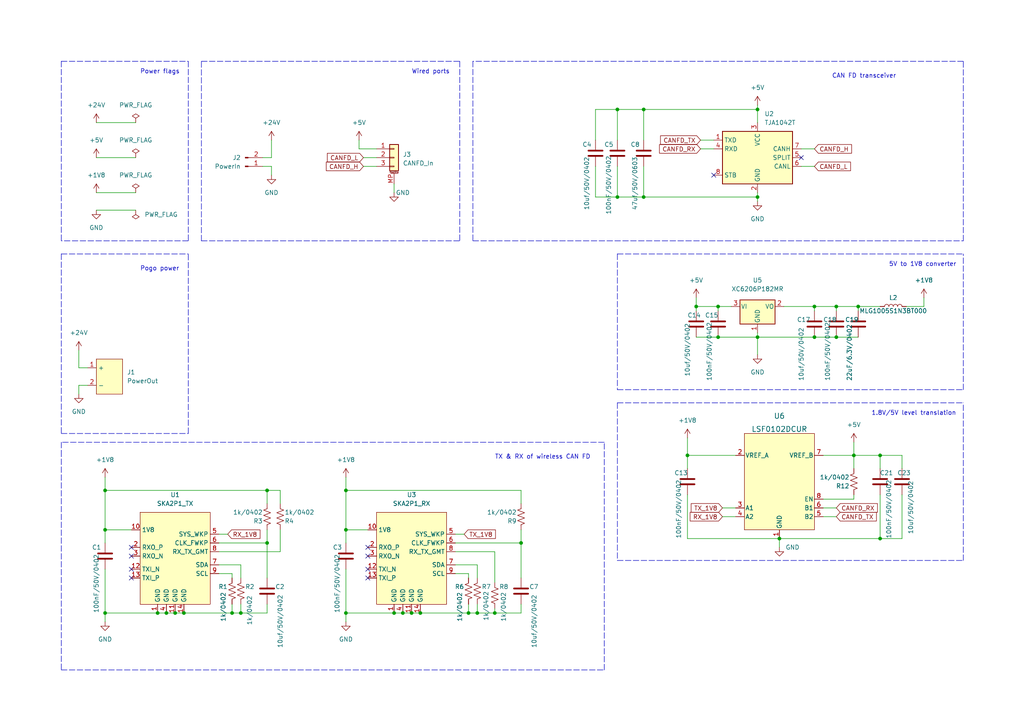
<source format=kicad_sch>
(kicad_sch (version 20211123) (generator eeschema)
  (paper "A4")
  (title_block (title "connector female") (date "2022-05-30") (rev "ver 2.0") (company "cyber-zoo"))
  (lib_symbols
    (symbol "Connector:Conn_01x02_Male" (pin_names (offset 1.016) hide)
      (property "Reference" "J" (at 0 2.54 0))
      (property "Value" "Conn_01x02_Male" (at 0 -5.08 0))
      (symbol "Conn_01x02_Male_1_1"
        (polyline (pts (xy 1.27 -2.54) (xy 0.8636 -2.54)) (stroke (width 0.1524)))
        (polyline (pts (xy 1.27 0) (xy 0.8636 0)) (stroke (width 0.1524)))
        (rectangle (start 0.8636 -2.413) (end 0 -2.667) (stroke (width 0.1524)) (fill (type outline)))
        (rectangle (start 0.8636 0.127) (end 0 -0.127) (stroke (width 0.1524)) (fill (type outline)))
        (pin passive line (at 5.08 0 180) (length 3.81) (name "Pin_1") (number "1"))
        (pin passive line (at 5.08 -2.54 180) (length 3.81) (name "Pin_2") (number "2"))
      )
    )
    (symbol "Connector_Generic_MountingPin:Conn_01x03_MountingPin" (pin_names (offset 1.016) hide)
      (property "Reference" "J" (at 0 5.08 0))
      (property "Value" "Conn_01x03_MountingPin" (at 1.27 -5.08 0))
      (symbol "Conn_01x03_MountingPin_1_1"
        (rectangle (start -1.27 -2.413) (end 0 -2.667) (stroke (width 0.1524)))
        (rectangle (start -1.27 0.127) (end 0 -0.127) (stroke (width 0.1524)))
        (rectangle (start -1.27 2.667) (end 0 2.413) (stroke (width 0.1524)))
        (rectangle (start -1.27 3.81) (end 1.27 -3.81) (stroke (width 0.254)) (fill (type background)))
        (polyline (pts (xy -1.016 -4.572) (xy 1.016 -4.572)) (stroke (width 0.1524)))
        (text "Mounting" (at 0 -4.191 0) (effects (font (size 0.381 0.381))))
        (pin passive line (at -5.08 2.54 0) (length 3.81) (name "Pin_1") (number "1"))
        (pin passive line (at -5.08 0 0) (length 3.81) (name "Pin_2") (number "2"))
        (pin passive line (at -5.08 -2.54 0) (length 3.81) (name "Pin_3") (number "3"))
        (pin passive line (at 0 -7.62 90) (length 3.048) (name "MountPin") (number "MP"))
      )
    )
    (symbol "Device:C" (pin_numbers hide) (pin_names (offset 0.254))
      (property "Reference" "C" (at 0.635 2.54 0))
      (property "Value" "C" (at 0.635 -2.54 0))
      (symbol "C_0_1"
        (polyline (pts (xy -2.032 -0.762) (xy 2.032 -0.762)) (stroke (width 0.508)))
        (polyline (pts (xy -2.032 0.762) (xy 2.032 0.762)) (stroke (width 0.508)))
      )
      (symbol "C_1_1"
        (pin passive line (at 0 3.81 270) (length 2.794) (name "~") (number "1"))
        (pin passive line (at 0 -3.81 90) (length 2.794) (name "~") (number "2"))
      )
    )
    (symbol "Device:L" (pin_numbers hide) (pin_names (offset 1.016) hide)
      (property "Reference" "L" (at -1.27 0 90))
      (property "Value" "L" (at 1.905 0 90))
      (symbol "L_0_1"
        (arc (start 0 -2.54) (mid 0.635 -1.905) (end 0 -1.27))
        (arc (start 0 -1.27) (mid 0.635 -0.635) (end 0 0))
        (arc (start 0 0) (mid 0.635 0.635) (end 0 1.27))
        (arc (start 0 1.27) (mid 0.635 1.905) (end 0 2.54))
      )
      (symbol "L_1_1"
        (pin passive line (at 0 3.81 270) (length 1.27) (name "1") (number "1"))
        (pin passive line (at 0 -3.81 90) (length 1.27) (name "2") (number "2"))
      )
    )
    (symbol "Device:R_US" (pin_numbers hide) (pin_names (offset 0))
      (property "Reference" "R" (at 2.54 0 90))
      (property "Value" "R_US" (at -2.54 0 90))
      (symbol "R_US_0_1"
        (polyline (pts (xy 0 -2.286) (xy 0 -2.54)))
        (polyline (pts (xy 0 2.286) (xy 0 2.54)))
        (polyline (pts (xy 0 -0.762) (xy 1.016 -1.143) (xy 0 -1.524) (xy -1.016 -1.905) (xy 0 -2.286)))
        (polyline (pts (xy 0 0.762) (xy 1.016 0.381) (xy 0 0) (xy -1.016 -0.381) (xy 0 -0.762)))
        (polyline (pts (xy 0 2.286) (xy 1.016 1.905) (xy 0 1.524) (xy -1.016 1.143) (xy 0 0.762)))
      )
      (symbol "R_US_1_1"
        (pin passive line (at 0 3.81 270) (length 1.27) (name "~") (number "1"))
        (pin passive line (at 0 -3.81 90) (length 1.27) (name "~") (number "2"))
      )
    )
    (symbol "Interface_CAN_LIN:TJA1042T"
      (property "Reference" "U" (at -10.16 8.89 0))
      (property "Value" "TJA1042T" (at 1.27 8.89 0))
      (symbol "TJA1042T_0_1"
        (rectangle (start -10.16 7.62) (end 10.16 -7.62) (stroke (width 0.254)) (fill (type background)))
      )
      (symbol "TJA1042T_1_1"
        (pin input line (at -12.7 5.08 0) (length 2.54) (name "TXD") (number "1"))
        (pin power_in line (at 0 -10.16 90) (length 2.54) (name "GND") (number "2"))
        (pin power_in line (at 0 10.16 270) (length 2.54) (name "VCC") (number "3"))
        (pin output line (at -12.7 2.54 0) (length 2.54) (name "RXD") (number "4"))
        (pin power_out line (at 12.7 0 180) (length 2.54) (name "SPLIT") (number "5"))
        (pin bidirectional line (at 12.7 -2.54 180) (length 2.54) (name "CANL") (number "6"))
        (pin bidirectional line (at 12.7 2.54 180) (length 2.54) (name "CANH") (number "7"))
        (pin input line (at -12.7 -5.08 0) (length 2.54) (name "STB") (number "8"))
      )
    )
    (symbol "Regulator_Linear:XC6206PxxxMR" (pin_names (offset 0.254))
      (property "Reference" "U" (at -3.81 3.175 0))
      (property "Value" "XC6206PxxxMR" (at 0 3.175 0))
      (symbol "XC6206PxxxMR_0_1"
        (rectangle (start -5.08 1.905) (end 5.08 -5.08) (stroke (width 0.254)) (fill (type background)))
      )
      (symbol "XC6206PxxxMR_1_1"
        (pin power_in line (at 0 -7.62 90) (length 2.54) (name "GND") (number "1"))
        (pin power_out line (at 7.62 0 180) (length 2.54) (name "VO") (number "2"))
        (pin power_in line (at -7.62 0 0) (length 2.54) (name "VI") (number "3"))
      )
    )
    (symbol "Rolling_Custom:LSF0102DCUR" (pin_names (offset 0.254))
      (property "Reference" "U" (at 0 20.32 0))
      (property "Value" "LSF0102DCUR" (at 0 17.78 0))
      (symbol "LSF0102DCUR_0_1"
        (rectangle (start -10.16 16.51) (end 10.16 -11.43) (fill (type background)))
      )
      (symbol "LSF0102DCUR_1_0"
        (pin power_in line (at -12.7 10.16 0) (length 2.54) (name "VREF_A") (number "2"))
      )
      (symbol "LSF0102DCUR_1_1"
        (pin power_in line (at 0 -13.97 90) (length 2.54) (name "GND") (number "1"))
        (pin bidirectional line (at -12.7 -5.08 0) (length 2.54) (name "A1") (number "3"))
        (pin bidirectional line (at -12.7 -7.62 0) (length 2.54) (name "A2") (number "4"))
        (pin bidirectional line (at 12.7 -7.62 180) (length 2.54) (name "B2") (number "5"))
        (pin bidirectional line (at 12.7 -5.08 180) (length 2.54) (name "B1") (number "6"))
        (pin power_in line (at 12.7 10.16 180) (length 2.54) (name "VREF_B") (number "7"))
        (pin input line (at 12.7 -2.54 180) (length 2.54) (name "EN") (number "8"))
      )
    )
    (symbol "Rolling_Custom:POGOPIN-E21160-ASB-2PIN"
      (property "Reference" "J" (at -2.54 6.35 0))
      (property "Value" "POGOPIN-E21160-ASB-2PIN" (at 0 -6.35 0))
      (symbol "POGOPIN-E21160-ASB-2PIN_0_1"
        (rectangle (start -3.81 5.08) (end 3.81 -5.08) (fill (type background)))
      )
      (symbol "POGOPIN-E21160-ASB-2PIN_1_1"
        (pin passive line (at -6.35 2.54 0) (length 2.54) (name "+") (number "1"))
        (pin passive line (at -6.35 -2.54 0) (length 2.54) (name "-") (number "2"))
      )
    )
    (symbol "Rolling_Custom:SKA2P1"
      (property "Reference" "U" (at 0 16.51 0))
      (property "Value" "SKA2P1" (at 0 13.97 0))
      (symbol "SKA2P1_0_1"
        (rectangle (start -10.16 12.7) (end 10.16 -13.97) (fill (type background)))
      )
      (symbol "SKA2P1_1_1"
        (pin power_in line (at -5.08 -16.51 90) (length 2.54) (name "GND") (number "1"))
        (pin power_in line (at -12.7 7.62 0) (length 2.54) (name "1V8") (number "10"))
        (pin power_in line (at 0 -16.51 90) (length 2.54) (name "GND") (number "11"))
        (pin output line (at -12.7 -3.81 0) (length 2.54) (name "TXI_N") (number "12"))
        (pin output line (at -12.7 -6.35 0) (length 2.54) (name "TXI_P") (number "13"))
        (pin power_in line (at 2.54 -16.51 90) (length 2.54) (name "GND") (number "14"))
        (pin input line (at -12.7 2.54 0) (length 2.54) (name "RXO_P") (number "2"))
        (pin input line (at -12.7 0 0) (length 2.54) (name "RXO_N") (number "3"))
        (pin power_in line (at -2.54 -16.51 90) (length 2.54) (name "GND") (number "4"))
        (pin bidirectional line (at 12.7 6.35 180) (length 2.54) (name "SYS_WKP") (number "5"))
        (pin input line (at 12.7 3.81 180) (length 2.54) (name "CLK_FWKP") (number "6"))
        (pin input line (at 12.7 -2.54 180) (length 2.54) (name "SDA") (number "7"))
        (pin input line (at 12.7 1.27 180) (length 2.54) (name "RX_TX_GMT") (number "8"))
        (pin input line (at 12.7 -5.08 180) (length 2.54) (name "SCL") (number "9"))
      )
    )
    (symbol "SKA2P1_1"
      (property "Reference" "U" (at 0 16.51 0))
      (property "Value" "SKA2P1_1" (at 0 13.97 0))
      (symbol "SKA2P1_1_0_1"
        (rectangle (start -10.16 12.7) (end 10.16 -13.97) (fill (type background)))
      )
      (symbol "SKA2P1_1_1_1"
        (pin power_in line (at -5.08 -16.51 90) (length 2.54) (name "GND") (number "1"))
        (pin power_in line (at -12.7 7.62 0) (length 2.54) (name "1V8") (number "10"))
        (pin power_in line (at 0 -16.51 90) (length 2.54) (name "GND") (number "11"))
        (pin output line (at -12.7 -3.81 0) (length 2.54) (name "TXI_N") (number "12"))
        (pin output line (at -12.7 -6.35 0) (length 2.54) (name "TXI_P") (number "13"))
        (pin power_in line (at 2.54 -16.51 90) (length 2.54) (name "GND") (number "14"))
        (pin input line (at -12.7 2.54 0) (length 2.54) (name "RXO_P") (number "2"))
        (pin input line (at -12.7 0 0) (length 2.54) (name "RXO_N") (number "3"))
        (pin power_in line (at -2.54 -16.51 90) (length 2.54) (name "GND") (number "4"))
        (pin bidirectional line (at 12.7 6.35 180) (length 2.54) (name "SYS_WKP") (number "5"))
        (pin input line (at 12.7 3.81 180) (length 2.54) (name "CLK_FWKP") (number "6"))
        (pin input line (at 12.7 -2.54 180) (length 2.54) (name "SDA") (number "7"))
        (pin input line (at 12.7 1.27 180) (length 2.54) (name "RX_TX_GMT") (number "8"))
        (pin input line (at 12.7 -5.08 180) (length 2.54) (name "SCL") (number "9"))
      )
    )
    (symbol "power:+1V8" (power) (pin_names (offset 0))
      (property "Value" "+1V8" (at 0 3.556 0))
      (symbol "+1V8_0_1"
        (polyline (pts (xy -0.762 1.27) (xy 0 2.54)))
        (polyline (pts (xy 0 0) (xy 0 2.54)))
        (polyline (pts (xy 0 2.54) (xy 0.762 1.27)))
      )
      (symbol "+1V8_1_1"
        (pin power_in line (at 0 0 90) (length 0) hide (name "+1V8") (number "1"))
      )
    )
    (symbol "power:+24V" (power) (pin_names (offset 0))
      (property "Value" "+24V" (at 0 3.556 0))
      (symbol "+24V_0_1"
        (polyline (pts (xy -0.762 1.27) (xy 0 2.54)))
        (polyline (pts (xy 0 0) (xy 0 2.54)))
        (polyline (pts (xy 0 2.54) (xy 0.762 1.27)))
      )
      (symbol "+24V_1_1"
        (pin power_in line (at 0 0 90) (length 0) hide (name "+24V") (number "1"))
      )
    )
    (symbol "power:+5V" (power) (pin_names (offset 0))
      (property "Value" "+5V" (at 0 3.556 0))
      (symbol "+5V_0_1"
        (polyline (pts (xy -0.762 1.27) (xy 0 2.54)))
        (polyline (pts (xy 0 0) (xy 0 2.54)))
        (polyline (pts (xy 0 2.54) (xy 0.762 1.27)))
      )
      (symbol "+5V_1_1"
        (pin power_in line (at 0 0 90) (length 0) hide (name "+5V") (number "1"))
      )
    )
    (symbol "power:GND" (power) (pin_names (offset 0))
      (property "Value" "GND" (at 0 -3.81 0))
      (symbol "GND_0_1"
        (polyline (pts (xy 0 0) (xy 0 -1.27) (xy 1.27 -1.27) (xy 0 -2.54) (xy -1.27 -1.27) (xy 0 -1.27)))
      )
      (symbol "GND_1_1"
        (pin power_in line (at 0 0 270) (length 0) hide (name "GND") (number "1"))
      )
    )
    (symbol "power:PWR_FLAG" (power) (pin_numbers hide) (pin_names (offset 0) hide)
      (property "Value" "PWR_FLAG" (at 0 3.81 0))
      (symbol "PWR_FLAG_0_0"
        (pin power_out line (at 0 0 90) (length 0) (name "pwr") (number "1"))
      )
      (symbol "PWR_FLAG_0_1"
        (polyline (pts (xy 0 0) (xy 0 1.27) (xy -1.016 1.905) (xy 0 2.54) (xy 1.016 1.905) (xy 0 1.27)))
      )
    )
  )
  (junction (at 135.89 177.8))
  (junction (at 255.27 156.21))
  (junction (at 100.33 177.8))
  (junction (at 236.22 88.9))
  (junction (at 30.48 177.8))
  (junction (at 143.51 177.8))
  (junction (at 30.48 153.67))
  (junction (at 100.33 153.67))
  (junction (at 50.8 177.8))
  (junction (at 199.39 132.08))
  (junction (at 119.38 177.8))
  (junction (at 116.84 177.8))
  (junction (at 179.07 57.15))
  (junction (at 208.28 97.79))
  (junction (at 186.69 57.15))
  (junction (at 242.57 97.79))
  (junction (at 121.92 177.8))
  (junction (at 48.26 177.8))
  (junction (at 100.33 142.24))
  (junction (at 186.69 31.75))
  (junction (at 248.92 88.9))
  (junction (at 45.72 177.8))
  (junction (at 138.43 177.8))
  (junction (at 77.47 157.48))
  (junction (at 255.27 132.08))
  (junction (at 151.13 157.48))
  (junction (at 208.28 88.9))
  (junction (at 30.48 142.24))
  (junction (at 69.85 177.8))
  (junction (at 67.31 177.8))
  (junction (at 219.71 57.15))
  (junction (at 179.07 31.75))
  (junction (at 201.93 88.9))
  (junction (at 114.3 177.8))
  (junction (at 226.06 156.21))
  (junction (at 242.57 88.9))
  (junction (at 236.22 97.79))
  (junction (at 219.71 97.79))
  (junction (at 77.47 142.24))
  (junction (at 247.65 132.08))
  (junction (at 53.34 177.8))
  (junction (at 219.71 31.75))
  (no_connect (at 38.1 167.64))
  (no_connect (at 38.1 161.29))
  (no_connect (at 38.1 158.75))
  (no_connect (at 38.1 165.1))
  (no_connect (at 106.68 161.29))
  (no_connect (at 106.68 167.64))
  (no_connect (at 207.01 50.8))
  (no_connect (at 106.68 165.1))
  (no_connect (at 106.68 158.75))
  (no_connect (at 232.41 45.72))
  (wire (pts (xy 238.76 144.78) (xy 247.65 144.78)))
  (polyline (pts (xy 17.78 194.31) (xy 175.26 194.31)))
  (wire (pts (xy 151.13 153.67) (xy 151.13 157.48)))
  (wire (pts (xy 69.85 175.26) (xy 69.85 177.8)))
  (wire (pts (xy 236.22 97.79) (xy 242.57 97.79)))
  (wire (pts (xy 232.41 43.18) (xy 236.22 43.18)))
  (wire (pts (xy 172.72 31.75) (xy 172.72 40.64)))
  (wire (pts (xy 78.74 40.64) (xy 78.74 45.72)))
  (wire (pts (xy 219.71 31.75) (xy 186.69 31.75)))
  (wire (pts (xy 63.5 166.37) (xy 67.31 166.37)))
  (polyline (pts (xy 162.56 17.78) (xy 137.16 17.78)))
  (wire (pts (xy 219.71 96.52) (xy 219.71 97.79)))
  (wire (pts (xy 151.13 177.8) (xy 151.13 175.26)))
  (wire (pts (xy 238.76 149.86) (xy 242.57 149.86)))
  (polyline (pts (xy 179.07 162.56) (xy 279.4 162.56)))
  (wire (pts (xy 81.28 146.05) (xy 81.28 142.24)))
  (wire (pts (xy 45.72 177.8) (xy 48.26 177.8)))
  (wire (pts (xy 219.71 97.79) (xy 236.22 97.79)))
  (wire (pts (xy 30.48 138.43) (xy 30.48 142.24)))
  (polyline (pts (xy 179.07 73.66) (xy 279.4 73.66)))
  (wire (pts (xy 81.28 160.02) (xy 81.28 153.67)))
  (wire (pts (xy 208.28 88.9) (xy 208.28 90.17)))
  (polyline (pts (xy 17.78 73.66) (xy 54.61 73.66)))
  (wire (pts (xy 27.94 35.56) (xy 39.37 35.56)))
  (wire (pts (xy 143.51 177.8) (xy 151.13 177.8)))
  (wire (pts (xy 186.69 57.15) (xy 219.71 57.15)))
  (wire (pts (xy 27.94 45.72) (xy 39.37 45.72)))
  (polyline (pts (xy 17.78 73.66) (xy 17.78 125.73)))
  (wire (pts (xy 77.47 157.48) (xy 77.47 167.64)))
  (wire (pts (xy 138.43 163.83) (xy 138.43 167.64)))
  (wire (pts (xy 208.28 88.9) (xy 212.09 88.9)))
  (wire (pts (xy 208.28 97.79) (xy 219.71 97.79)))
  (wire (pts (xy 247.65 144.78) (xy 247.65 143.51)))
  (polyline (pts (xy 17.78 17.78) (xy 17.78 69.85)))
  (wire (pts (xy 119.38 177.8) (xy 121.92 177.8)))
  (polyline (pts (xy 54.61 69.85) (xy 17.78 69.85)))
  (wire (pts (xy 248.92 88.9) (xy 248.92 90.17)))
  (wire (pts (xy 267.97 88.9) (xy 262.89 88.9)))
  (wire (pts (xy 48.26 177.8) (xy 50.8 177.8)))
  (wire (pts (xy 255.27 132.08) (xy 255.27 135.89)))
  (polyline (pts (xy 137.16 69.85) (xy 279.4 69.85)))
  (wire (pts (xy 22.86 101.6) (xy 22.86 106.68)))
  (wire (pts (xy 27.94 60.96) (xy 39.37 60.96)))
  (wire (pts (xy 227.33 88.9) (xy 236.22 88.9)))
  (wire (pts (xy 238.76 132.08) (xy 247.65 132.08)))
  (wire (pts (xy 22.86 106.68) (xy 25.4 106.68)))
  (wire (pts (xy 201.93 88.9) (xy 201.93 90.17)))
  (wire (pts (xy 77.47 177.8) (xy 77.47 175.26)))
  (wire (pts (xy 27.94 55.88) (xy 39.37 55.88)))
  (wire (pts (xy 78.74 48.26) (xy 76.2 48.26)))
  (polyline (pts (xy 279.4 162.56) (xy 279.4 116.84)))
  (wire (pts (xy 199.39 156.21) (xy 226.06 156.21)))
  (wire (pts (xy 63.5 163.83) (xy 69.85 163.83)))
  (wire (pts (xy 105.41 48.26) (xy 109.22 48.26)))
  (wire (pts (xy 50.8 177.8) (xy 53.34 177.8)))
  (wire (pts (xy 22.86 114.3) (xy 22.86 111.76)))
  (polyline (pts (xy 179.07 116.84) (xy 279.4 116.84)))
  (wire (pts (xy 77.47 153.67) (xy 77.47 157.48)))
  (polyline (pts (xy 279.4 17.78) (xy 162.56 17.78)))
  (wire (pts (xy 255.27 132.08) (xy 261.62 132.08)))
  (polyline (pts (xy 137.16 17.78) (xy 137.16 69.85)))
  (wire (pts (xy 219.71 55.88) (xy 219.71 57.15)))
  (polyline (pts (xy 179.07 113.03) (xy 279.4 113.03)))
  (wire (pts (xy 219.71 30.48) (xy 219.71 31.75)))
  (wire (pts (xy 104.14 40.64) (xy 104.14 43.18)))
  (wire (pts (xy 242.57 88.9) (xy 242.57 90.17)))
  (wire (pts (xy 261.62 156.21) (xy 255.27 156.21)))
  (wire (pts (xy 151.13 157.48) (xy 151.13 167.64)))
  (wire (pts (xy 30.48 142.24) (xy 77.47 142.24)))
  (wire (pts (xy 179.07 31.75) (xy 179.07 40.64)))
  (wire (pts (xy 247.65 128.27) (xy 247.65 132.08)))
  (wire (pts (xy 135.89 166.37) (xy 135.89 167.64)))
  (wire (pts (xy 151.13 142.24) (xy 151.13 146.05)))
  (wire (pts (xy 172.72 57.15) (xy 179.07 57.15)))
  (wire (pts (xy 255.27 143.51) (xy 255.27 156.21)))
  (wire (pts (xy 219.71 31.75) (xy 219.71 35.56)))
  (wire (pts (xy 104.14 43.18) (xy 109.22 43.18)))
  (wire (pts (xy 30.48 153.67) (xy 30.48 157.48)))
  (wire (pts (xy 100.33 142.24) (xy 151.13 142.24)))
  (wire (pts (xy 121.92 177.8) (xy 135.89 177.8)))
  (polyline (pts (xy 179.07 116.84) (xy 179.07 162.56)))
  (wire (pts (xy 199.39 143.51) (xy 199.39 156.21)))
  (wire (pts (xy 186.69 31.75) (xy 179.07 31.75)))
  (wire (pts (xy 242.57 97.79) (xy 248.92 97.79)))
  (wire (pts (xy 100.33 177.8) (xy 100.33 180.34)))
  (polyline (pts (xy 133.35 17.78) (xy 133.35 69.85)))
  (wire (pts (xy 143.51 160.02) (xy 143.51 168.91)))
  (wire (pts (xy 199.39 132.08) (xy 199.39 135.89)))
  (wire (pts (xy 67.31 177.8) (xy 69.85 177.8)))
  (polyline (pts (xy 179.07 73.66) (xy 179.07 113.03)))
  (wire (pts (xy 105.41 45.72) (xy 109.22 45.72)))
  (polyline (pts (xy 175.26 194.31) (xy 175.26 128.27)))
  (wire (pts (xy 186.69 48.26) (xy 186.69 57.15)))
  (wire (pts (xy 78.74 45.72) (xy 76.2 45.72)))
  (wire (pts (xy 132.08 157.48) (xy 151.13 157.48)))
  (wire (pts (xy 135.89 175.26) (xy 135.89 177.8)))
  (wire (pts (xy 219.71 57.15) (xy 219.71 58.42)))
  (wire (pts (xy 201.93 97.79) (xy 208.28 97.79)))
  (polyline (pts (xy 58.42 69.85) (xy 133.35 69.85)))
  (wire (pts (xy 30.48 165.1) (xy 30.48 177.8)))
  (polyline (pts (xy 17.78 130.81) (xy 17.78 194.31)))
  (wire (pts (xy 261.62 143.51) (xy 261.62 156.21)))
  (wire (pts (xy 78.74 50.8) (xy 78.74 48.26)))
  (wire (pts (xy 69.85 163.83) (xy 69.85 167.64)))
  (wire (pts (xy 67.31 175.26) (xy 67.31 177.8)))
  (wire (pts (xy 138.43 175.26) (xy 138.43 177.8)))
  (polyline (pts (xy 58.42 69.85) (xy 58.42 17.78)))
  (wire (pts (xy 63.5 160.02) (xy 81.28 160.02)))
  (wire (pts (xy 81.28 142.24) (xy 77.47 142.24)))
  (wire (pts (xy 114.3 177.8) (xy 116.84 177.8)))
  (wire (pts (xy 132.08 154.94) (xy 134.62 154.94)))
  (wire (pts (xy 242.57 88.9) (xy 248.92 88.9)))
  (wire (pts (xy 100.33 153.67) (xy 106.68 153.67)))
  (wire (pts (xy 132.08 163.83) (xy 138.43 163.83)))
  (wire (pts (xy 247.65 132.08) (xy 247.65 135.89)))
  (wire (pts (xy 201.93 86.36) (xy 201.93 88.9)))
  (polyline (pts (xy 279.4 69.85) (xy 279.4 17.78)))
  (wire (pts (xy 67.31 166.37) (xy 67.31 167.64)))
  (wire (pts (xy 132.08 166.37) (xy 135.89 166.37)))
  (wire (pts (xy 135.89 177.8) (xy 138.43 177.8)))
  (wire (pts (xy 209.55 149.86) (xy 213.36 149.86)))
  (wire (pts (xy 100.33 138.43) (xy 100.33 142.24)))
  (wire (pts (xy 199.39 127) (xy 199.39 132.08)))
  (wire (pts (xy 201.93 88.9) (xy 208.28 88.9)))
  (wire (pts (xy 30.48 153.67) (xy 38.1 153.67)))
  (polyline (pts (xy 17.78 128.27) (xy 17.78 130.81)))
  (wire (pts (xy 30.48 177.8) (xy 30.48 180.34)))
  (wire (pts (xy 138.43 177.8) (xy 143.51 177.8)))
  (wire (pts (xy 199.39 132.08) (xy 213.36 132.08)))
  (wire (pts (xy 63.5 154.94) (xy 66.04 154.94)))
  (wire (pts (xy 219.71 97.79) (xy 219.71 102.87)))
  (wire (pts (xy 248.92 88.9) (xy 255.27 88.9)))
  (wire (pts (xy 100.33 142.24) (xy 100.33 153.67)))
  (polyline (pts (xy 58.42 17.78) (xy 133.35 17.78)))
  (wire (pts (xy 179.07 57.15) (xy 186.69 57.15)))
  (wire (pts (xy 22.86 111.76) (xy 25.4 111.76)))
  (wire (pts (xy 255.27 156.21) (xy 226.06 156.21)))
  (wire (pts (xy 203.2 43.18) (xy 207.01 43.18)))
  (polyline (pts (xy 17.78 17.78) (xy 54.61 17.78)))
  (wire (pts (xy 100.33 177.8) (xy 114.3 177.8)))
  (wire (pts (xy 30.48 142.24) (xy 30.48 153.67)))
  (wire (pts (xy 261.62 132.08) (xy 261.62 135.89)))
  (wire (pts (xy 69.85 177.8) (xy 77.47 177.8)))
  (wire (pts (xy 226.06 156.21) (xy 226.06 158.75)))
  (wire (pts (xy 63.5 157.48) (xy 77.47 157.48)))
  (wire (pts (xy 132.08 160.02) (xy 143.51 160.02)))
  (wire (pts (xy 172.72 48.26) (xy 172.72 57.15)))
  (wire (pts (xy 247.65 132.08) (xy 255.27 132.08)))
  (wire (pts (xy 179.07 31.75) (xy 172.72 31.75)))
  (wire (pts (xy 209.55 147.32) (xy 213.36 147.32)))
  (wire (pts (xy 232.41 48.26) (xy 236.22 48.26)))
  (wire (pts (xy 267.97 86.36) (xy 267.97 88.9)))
  (wire (pts (xy 53.34 177.8) (xy 67.31 177.8)))
  (wire (pts (xy 100.33 165.1) (xy 100.33 177.8)))
  (wire (pts (xy 186.69 31.75) (xy 186.69 40.64)))
  (polyline (pts (xy 175.26 128.27) (xy 17.78 128.27)))
  (wire (pts (xy 179.07 48.26) (xy 179.07 57.15)))
  (polyline (pts (xy 279.4 113.03) (xy 279.4 73.66)))
  (wire (pts (xy 236.22 88.9) (xy 236.22 90.17)))
  (polyline (pts (xy 54.61 17.78) (xy 54.61 69.85)))
  (wire (pts (xy 100.33 153.67) (xy 100.33 157.48)))
  (wire (pts (xy 30.48 177.8) (xy 45.72 177.8)))
  (polyline (pts (xy 54.61 125.73) (xy 54.61 73.66)))
  (wire (pts (xy 203.2 40.64) (xy 207.01 40.64)))
  (wire (pts (xy 114.3 53.34) (xy 114.3 55.88)))
  (wire (pts (xy 236.22 88.9) (xy 242.57 88.9)))
  (wire (pts (xy 143.51 176.53) (xy 143.51 177.8)))
  (wire (pts (xy 116.84 177.8) (xy 119.38 177.8)))
  (wire (pts (xy 77.47 142.24) (xy 77.47 146.05)))
  (wire (pts (xy 238.76 147.32) (xy 242.57 147.32)))
  (polyline (pts (xy 17.78 125.73) (xy 54.61 125.73)))
  (text "Pogo power\n" (at 40.64 78.74 0) (effects (font (size 1.27 1.27)) (justify left bottom)))
  (text "1.8V/5V level translation\n" (at 252.73 120.65 0) (effects (font (size 1.27 1.27)) (justify left bottom)))
  (text "Power flags\n" (at 40.64 21.59 0) (effects (font (size 1.27 1.27)) (justify left bottom)))
  (text "CAN FD transceiver" (at 241.3 22.86 0) (effects (font (size 1.27 1.27)) (justify left bottom)))
  (text "TX & RX of wireless CAN FD" (at 143.51 133.35 0) (effects (font (size 1.27 1.27)) (justify left bottom)))
  (text "Wired ports\n" (at 119.38 21.59 0) (effects (font (size 1.27 1.27)) (justify left bottom)))
  (text "5V to 1V8 converter" (at 257.81 77.47 0) (effects (font (size 1.27 1.27)) (justify left bottom)))
  (global_label "CANFD_RX" (shape input) (at 242.57 147.32 0) (property "Intersheet References" "${INTERSHEET_REFS}" (effects hide)))
  (global_label "RX_1V8" (shape input) (at 66.04 154.94 0) (property "Intersheet References" "${INTERSHEET_REFS}" (effects hide)))
  (global_label "CANFD_L" (shape input) (at 236.22 48.26 0) (property "Intersheet References" "${INTERSHEET_REFS}" (effects hide)))
  (global_label "CANFD_L" (shape input) (at 105.41 45.72 180) (property "Intersheet References" "${INTERSHEET_REFS}" (effects hide)))
  (global_label "TX_1V8" (shape input) (at 209.55 147.32 180) (property "Intersheet References" "${INTERSHEET_REFS}" (effects hide)))
  (global_label "RX_1V8" (shape input) (at 209.55 149.86 180) (property "Intersheet References" "${INTERSHEET_REFS}" (effects hide)))
  (global_label "CANFD_TX" (shape input) (at 203.2 40.64 180) (property "Intersheet References" "${INTERSHEET_REFS}" (effects hide)))
  (global_label "CANFD_RX" (shape input) (at 203.2 43.18 180) (property "Intersheet References" "${INTERSHEET_REFS}" (effects hide)))
  (global_label "CANFD_TX" (shape input) (at 242.57 149.86 0) (property "Intersheet References" "${INTERSHEET_REFS}" (effects hide)))
  (global_label "CANFD_H" (shape input) (at 105.41 48.26 180) (property "Intersheet References" "${INTERSHEET_REFS}" (effects hide)))
  (global_label "CANFD_H" (shape input) (at 236.22 43.18 0) (property "Intersheet References" "${INTERSHEET_REFS}" (effects hide)))
  (global_label "TX_1V8" (shape input) (at 134.62 154.94 0) (property "Intersheet References" "${INTERSHEET_REFS}" (effects hide)))
  (symbol (lib_id "power:GND") (at 226.06 158.75 0) (unit 1)
    (property "Reference" "#PWR0105" (effects hide))
    (property "Value" "GND" (at 229.87 158.75 0))
  )
  (symbol (lib_id "power:+1V8") (at 27.94 55.88 0) (unit 1)
    (property "Reference" "#PWR0114" (effects hide))
    (property "Value" "+1V8" (at 27.94 50.8 0))
  )
  (symbol (lib_id "power:GND") (at 100.33 180.34 0) (unit 1)
    (property "Reference" "#PWR0118" (effects hide))
    (property "Value" "GND" (at 100.33 185.42 0))
  )
  (symbol (lib_id "power:+1V8") (at 267.97 86.36 0) (unit 1)
    (property "Reference" "#PWR0101" (effects hide))
    (property "Value" "+1V8" (at 267.97 81.28 0))
  )
  (symbol (lib_id "power:PWR_FLAG") (at 39.37 55.88 0) (unit 1)
    (property "Reference" "#FLG0104" (effects hide))
    (property "Value" "PWR_FLAG" (at 39.37 50.8 0))
  )
  (symbol (lib_id "power:PWR_FLAG") (at 39.37 45.72 0) (unit 1)
    (property "Reference" "#FLG0101" (effects hide))
    (property "Value" "PWR_FLAG" (at 39.37 40.64 0))
  )
  (symbol (lib_id "power:GND") (at 219.71 58.42 0) (unit 1)
    (property "Reference" "#PWR0123" (effects hide))
    (property "Value" "GND" (at 219.71 63.5 0))
  )
  (symbol (lib_id "power:+5V") (at 247.65 128.27 0) (unit 1)
    (property "Reference" "#PWR0103" (effects hide))
    (property "Value" "+5V" (at 247.65 123.19 0))
  )
  (symbol (lib_id "power:+24V") (at 27.94 35.56 0) (unit 1)
    (property "Reference" "#PWR0112" (effects hide))
    (property "Value" "+24V" (at 27.94 30.48 0))
  )
  (symbol (lib_id "Device:C") (at 172.72 44.45 0) (unit 1)
    (property "Reference" "C4" (at 168.91 41.91 0) (effects (justify left)))
    (property "Value" "10uf/50V/0402" (at 170.18 60.96 90) (effects (justify left)))
    (property "Footprint" "Capacitor_SMD:C_0402_1005Metric" (effects hide))
  )
  (symbol (lib_id "Device:C") (at 208.28 93.98 0) (unit 1)
    (property "Reference" "C15" (at 204.47 91.44 0) (effects (justify left)))
    (property "Value" "100nF/50V/0402" (at 205.74 110.49 90) (effects (justify left)))
    (property "Footprint" "Capacitor_SMD:C_0402_1005Metric" (effects hide))
  )
  (symbol (lib_id "Device:C") (at 242.57 93.98 0) (unit 1)
    (property "Reference" "C18" (at 238.76 92.71 0) (effects (justify left)))
    (property "Value" "100nF/50V/0402" (at 240.03 110.49 90) (effects (justify left)))
    (property "Footprint" "Capacitor_SMD:C_0402_1005Metric" (effects hide))
  )
  (symbol (lib_id "Device:C") (at 30.48 161.29 0) (unit 1)
    (property "Reference" "C1" (at 26.67 158.75 0) (effects (justify left)))
    (property "Value" "100nF/50V/0402" (at 27.94 177.8 90) (effects (justify left)))
    (property "Footprint" "Capacitor_SMD:C_0402_1005Metric" (effects hide))
  )
  (symbol (lib_id "power:GND") (at 114.3 55.88 0) (unit 1)
    (property "Reference" "#PWR0102" (effects hide))
    (property "Value" "GND" (at 116.84 55.88 0))
  )
  (symbol (lib_id "power:GND") (at 22.86 114.3 0) (unit 1)
    (property "Reference" "#PWR0124" (effects hide))
    (property "Value" "GND" (at 22.86 119.38 0))
  )
  (symbol (lib_id "Device:C") (at 186.69 44.45 0) (unit 1)
    (property "Reference" "C8" (at 182.88 41.91 0) (effects (justify left)))
    (property "Value" "47uf/50V/0603" (at 184.15 60.96 90) (effects (justify left)))
    (property "Footprint" "Capacitor_SMD:C_0603_1608Metric" (effects hide))
  )
  (symbol (lib_id "power:+5V") (at 219.71 30.48 0) (unit 1)
    (property "Reference" "#PWR0122" (effects hide))
    (property "Value" "+5V" (at 219.71 25.4 0))
  )
  (symbol (lib_id "Rolling_Custom:POGOPIN-E21160-ASB-2PIN") (at 31.75 109.22 0) (unit 1)
    (property "Reference" "J1" (at 36.83 107.9499 0) (effects (justify left)))
    (property "Value" "PowerOut" (at 36.83 110.4899 0) (effects (justify left)))
    (property "Footprint" "Rolling_Custom:POGOPIN-E21160-ASB-2PIN" (effects hide))
  )
  (symbol (lib_id "power:+1V8") (at 30.48 138.43 0) (unit 1)
    (property "Reference" "#PWR0121" (effects hide))
    (property "Value" "+1V8" (at 30.48 133.35 0))
  )
  (symbol (lib_id "Device:C") (at 201.93 93.98 0) (unit 1)
    (property "Reference" "C14" (at 199.39 91.44 0) (effects (justify left)))
    (property "Value" "10uf/50V/0402" (at 199.39 109.22 90) (effects (justify left)))
    (property "Footprint" "Capacitor_SMD:C_0402_1005Metric" (effects hide))
  )
  (symbol (lib_id "Device:R_US") (at 69.85 171.45 0) (mirror y) (unit 1)
    (property "Reference" "R2" (at 71.12 170.18 0) (effects (justify right)))
    (property "Value" "1k/0402" (at 72.39 172.72 90) (effects (justify right)))
    (property "Footprint" "Resistor_SMD:R_0402_1005Metric" (effects hide))
  )
  (symbol (lib_id "Device:R_US") (at 67.31 171.45 0) (mirror x) (unit 1)
    (property "Reference" "R1" (at 66.04 170.18 0) (effects (justify right)))
    (property "Value" "1k/0402" (at 64.77 180.34 90) (effects (justify right)))
    (property "Footprint" "Resistor_SMD:R_0402_1005Metric" (effects hide))
  )
  (symbol (lib_id "power:+1V8") (at 100.33 138.43 0) (unit 1)
    (property "Reference" "#PWR0119" (effects hide))
    (property "Value" "+1V8" (at 100.33 133.35 0))
  )
  (symbol (lib_id "Device:C") (at 199.39 139.7 0) (unit 1)
    (property "Reference" "C13" (at 195.58 137.16 0) (effects (justify left)))
    (property "Value" "100nF/50V/0402" (at 196.85 156.21 90) (effects (justify left)))
    (property "Footprint" "Capacitor_SMD:C_0402_1005Metric" (effects hide))
  )
  (symbol (lib_id "Device:C") (at 255.27 139.7 0) (mirror y) (unit 1)
    (property "Reference" "C21" (at 259.08 137.16 0) (effects (justify left)))
    (property "Value" "100nF/50V/0402" (at 257.81 156.21 90) (effects (justify left)))
    (property "Footprint" "Capacitor_SMD:C_0402_1005Metric" (effects hide))
  )
  (symbol (lib_id "power:+5V") (at 27.94 45.72 0) (unit 1)
    (property "Reference" "#PWR0111" (effects hide))
    (property "Value" "+5V" (at 27.94 40.64 0))
  )
  (symbol (lib_id "power:+24V") (at 22.86 101.6 0) (unit 1)
    (property "Reference" "#PWR0125" (effects hide))
    (property "Value" "+24V" (at 22.86 96.52 0))
  )
  (symbol (lib_name "SKA2P1_1") (lib_id "Rolling_Custom:SKA2P1") (at 119.38 161.29 0) (unit 1)
    (property "Reference" "U3" (at 119.38 143.51 0))
    (property "Value" "SKA2P1_RX" (at 119.38 146.05 0))
    (property "Footprint" "Rolling_Custom:SKA2P1" (effects hide))
  )
  (symbol (lib_id "Device:C") (at 77.47 171.45 0) (mirror y) (unit 1)
    (property "Reference" "C2" (at 82.55 170.18 0) (effects (justify left)))
    (property "Value" "10uf/50V/0402" (at 81.28 187.96 90) (effects (justify left)))
    (property "Footprint" "Capacitor_SMD:C_0402_1005Metric" (effects hide))
  )
  (symbol (lib_id "Device:R_US") (at 135.89 171.45 0) (mirror x) (unit 1)
    (property "Reference" "R6" (at 134.62 170.18 0) (effects (justify right)))
    (property "Value" "1k/0402" (at 133.35 180.34 90) (effects (justify right)))
    (property "Footprint" "Resistor_SMD:R_0402_1005Metric" (effects hide))
  )
  (symbol (lib_id "Device:R_US") (at 77.47 149.86 0) (mirror x) (unit 1)
    (property "Reference" "R3" (at 76.2 151.13 0) (effects (justify right)))
    (property "Value" "1k/0402" (at 76.2 148.59 0) (effects (justify right)))
    (property "Footprint" "Resistor_SMD:R_0402_1005Metric" (effects hide))
  )
  (symbol (lib_id "power:GND") (at 30.48 180.34 0) (unit 1)
    (property "Reference" "#PWR0120" (effects hide))
    (property "Value" "GND" (at 30.48 185.42 0))
  )
  (symbol (lib_id "Rolling_Custom:SKA2P1") (at 50.8 161.29 0) (unit 1)
    (property "Reference" "U1" (at 50.8 143.51 0))
    (property "Value" "SKA2P1_TX" (at 50.8 146.05 0))
    (property "Footprint" "Rolling_Custom:SKA2P1" (effects hide))
  )
  (symbol (lib_id "power:+24V") (at 78.74 40.64 0) (mirror y) (unit 1)
    (property "Reference" "#PWR0117" (effects hide))
    (property "Value" "+24V" (at 78.74 35.56 0))
  )
  (symbol (lib_id "Device:R_US") (at 143.51 172.72 180) (unit 1)
    (property "Reference" "R8" (at 144.78 170.18 0) (effects (justify right)))
    (property "Value" "1k/0402" (at 146.05 180.34 90) (effects (justify right)))
    (property "Footprint" "Resistor_SMD:R_0402_1005Metric" (effects hide))
  )
  (symbol (lib_id "Device:R_US") (at 247.65 139.7 0) (mirror x) (unit 1)
    (property "Reference" "R12" (at 246.38 140.97 0) (effects (justify right)))
    (property "Value" "1k/0402" (at 246.38 138.43 0) (effects (justify right)))
    (property "Footprint" "Resistor_SMD:R_0402_1005Metric" (effects hide))
  )
  (symbol (lib_id "Device:R_US") (at 151.13 149.86 0) (mirror x) (unit 1)
    (property "Reference" "R9" (at 149.86 151.13 0) (effects (justify right)))
    (property "Value" "1k/0402" (at 149.86 148.59 0) (effects (justify right)))
    (property "Footprint" "Resistor_SMD:R_0402_1005Metric" (effects hide))
  )
  (symbol (lib_id "Device:C") (at 248.92 93.98 0) (unit 1)
    (property "Reference" "C19" (at 245.11 92.71 0) (effects (justify left)))
    (property "Value" "22uF/6.3V/0402" (at 246.38 110.49 90) (effects (justify left)))
    (property "Footprint" "Capacitor_SMD:C_0402_1005Metric" (effects hide))
  )
  (symbol (lib_id "Device:R_US") (at 81.28 149.86 180) (unit 1)
    (property "Reference" "R4" (at 82.55 151.13 0) (effects (justify right)))
    (property "Value" "1k/0402" (at 82.55 148.59 0) (effects (justify right)))
    (property "Footprint" "Resistor_SMD:R_0402_1005Metric" (effects hide))
  )
  (symbol (lib_id "Device:C") (at 100.33 161.29 0) (unit 1)
    (property "Reference" "C3" (at 96.52 158.75 0) (effects (justify left)))
    (property "Value" "100nF/50V/0402" (at 97.79 177.8 90) (effects (justify left)))
    (property "Footprint" "Capacitor_SMD:C_0402_1005Metric" (effects hide))
  )
  (symbol (lib_id "power:PWR_FLAG") (at 39.37 35.56 0) (unit 1)
    (property "Reference" "#FLG0102" (effects hide))
    (property "Value" "PWR_FLAG" (at 39.37 30.48 0))
  )
  (symbol (lib_id "Device:R_US") (at 138.43 171.45 0) (mirror y) (unit 1)
    (property "Reference" "R7" (at 139.7 170.18 0) (effects (justify right)))
    (property "Value" "1k/0402" (at 140.97 171.45 90) (effects (justify right)))
    (property "Footprint" "Resistor_SMD:R_0402_1005Metric" (effects hide))
  )
  (symbol (lib_id "power:PWR_FLAG") (at 39.37 60.96 180) (unit 1)
    (property "Reference" "#FLG0103" (effects hide))
    (property "Value" "PWR_FLAG" (at 41.91 62.2299 0) (effects (justify right)))
  )
  (symbol (lib_id "Connector_Generic_MountingPin:Conn_01x03_MountingPin") (at 114.3 45.72 0) (unit 1)
    (property "Reference" "J3" (at 116.84 44.8055 0) (effects (justify left)))
    (property "Value" "CANFD_In" (at 116.84 47.3455 0) (effects (justify left)))
    (property "Footprint" "Connector_JST:JST_GH_BM03B-GHS-TBT_1x03-1MP_P1.25mm_Vertical" (effects hide))
  )
  (symbol (lib_id "Interface_CAN_LIN:TJA1042T") (at 219.71 45.72 0) (unit 1)
    (property "Reference" "U2" (at 221.7294 33.02 0) (effects (justify left)))
    (property "Value" "TJA1042T" (at 221.7294 35.56 0) (effects (justify left)))
    (property "Footprint" "Package_SO:SOIC-8_3.9x4.9mm_P1.27mm" (effects hide))
    (property "Datasheet" "http://www.nxp.com/documents/data_sheet/TJA1042.pdf" (effects hide))
  )
  (symbol (lib_id "power:+5V") (at 201.93 86.36 0) (unit 1)
    (property "Reference" "#PWR0107" (effects hide))
    (property "Value" "+5V" (at 201.93 81.28 0))
  )
  (symbol (lib_id "Connector:Conn_01x02_Male") (at 71.12 48.26 0) (mirror x) (unit 1)
    (property "Reference" "J2" (at 69.85 45.7199 0) (effects (justify right)))
    (property "Value" "PowerIn" (at 69.85 48.2599 0) (effects (justify right)))
    (property "Footprint" "Connector_AMASS:AMASS_XT30U-M_1x02_P5.0mm_Vertical" (effects hide))
  )
  (symbol (lib_id "power:GND") (at 219.71 102.87 0) (unit 1)
    (property "Reference" "#PWR0106" (effects hide))
    (property "Value" "GND" (at 219.71 107.95 0))
  )
  (symbol (lib_id "Device:C") (at 151.13 171.45 0) (mirror y) (unit 1)
    (property "Reference" "C7" (at 156.21 170.18 0) (effects (justify left)))
    (property "Value" "10uf/50V/0402" (at 154.94 187.96 90) (effects (justify left)))
    (property "Footprint" "Capacitor_SMD:C_0402_1005Metric" (effects hide))
  )
  (symbol (lib_id "Device:L") (at 259.08 88.9 90) (unit 1)
    (property "Reference" "L2" (at 259.08 86.36 90))
    (property "Value" "MLG1005S1N3BT000" (at 259.08 90.17 90))
    (property "Footprint" "Inductor_SMD:L_0402_1005Metric" (effects hide))
  )
  (symbol (lib_id "Rolling_Custom:LSF0102DCUR") (at 226.06 142.24 0) (unit 1)
    (property "Reference" "U6" (at 226.06 120.65 0) (effects (font (size 1.524 1.524))))
    (property "Value" "LSF0102DCUR" (at 226.06 124.46 0) (effects (font (size 1.524 1.524))))
    (property "Footprint" "Package_SO:VSSOP-8_2.3x2mm_P0.5mm" (effects hide))
  )
  (symbol (lib_id "Device:C") (at 261.62 139.7 0) (mirror y) (unit 1)
    (property "Reference" "C23" (at 264.16 137.16 0) (effects (justify left)))
    (property "Value" "10uf/50V/0402" (at 264.16 154.94 90) (effects (justify left)))
    (property "Footprint" "Capacitor_SMD:C_0402_1005Metric" (effects hide))
  )
  (symbol (lib_id "Device:C") (at 236.22 93.98 0) (unit 1)
    (property "Reference" "C17" (at 231.14 92.71 0) (effects (justify left)))
    (property "Value" "10uf/50V/0402" (at 232.41 110.49 90) (effects (justify left)))
    (property "Footprint" "Capacitor_SMD:C_0402_1005Metric" (effects hide))
  )
  (symbol (lib_id "power:GND") (at 27.94 60.96 0) (unit 1)
    (property "Reference" "#PWR0115" (effects hide))
    (property "Value" "GND" (at 27.94 66.04 0))
  )
  (symbol (lib_id "Device:C") (at 179.07 44.45 0) (unit 1)
    (property "Reference" "C5" (at 175.26 41.91 0) (effects (justify left)))
    (property "Value" "100nF/50V/0402" (at 176.53 62.23 90) (effects (justify left)))
    (property "Footprint" "Capacitor_SMD:C_0402_1005Metric" (effects hide))
  )
  (symbol (lib_id "power:+1V8") (at 199.39 127 0) (unit 1)
    (property "Reference" "#PWR0104" (effects hide))
    (property "Value" "+1V8" (at 199.39 121.92 0))
  )
  (symbol (lib_id "power:GND") (at 78.74 50.8 0) (mirror y) (unit 1)
    (property "Reference" "#PWR0116" (effects hide))
    (property "Value" "GND" (at 78.74 55.88 0))
  )
  (symbol (lib_id "power:+5V") (at 104.14 40.64 0) (unit 1)
    (property "Reference" "#PWR0109" (effects hide))
    (property "Value" "+5V" (at 104.14 35.56 0))
  )
  (symbol (lib_id "Regulator_Linear:XC6206PxxxMR") (at 219.71 88.9 0) (unit 1)
    (property "Reference" "U5" (at 219.71 81.28 0))
    (property "Value" "XC6206P182MR" (at 219.71 83.82 0))
    (property "Footprint" "Package_TO_SOT_SMD:SOT-23" (effects hide))
    (property "Datasheet" "https://www.torexsemi.com/file/xc6206/XC6206.pdf" (effects hide))
  )
)
</source>
